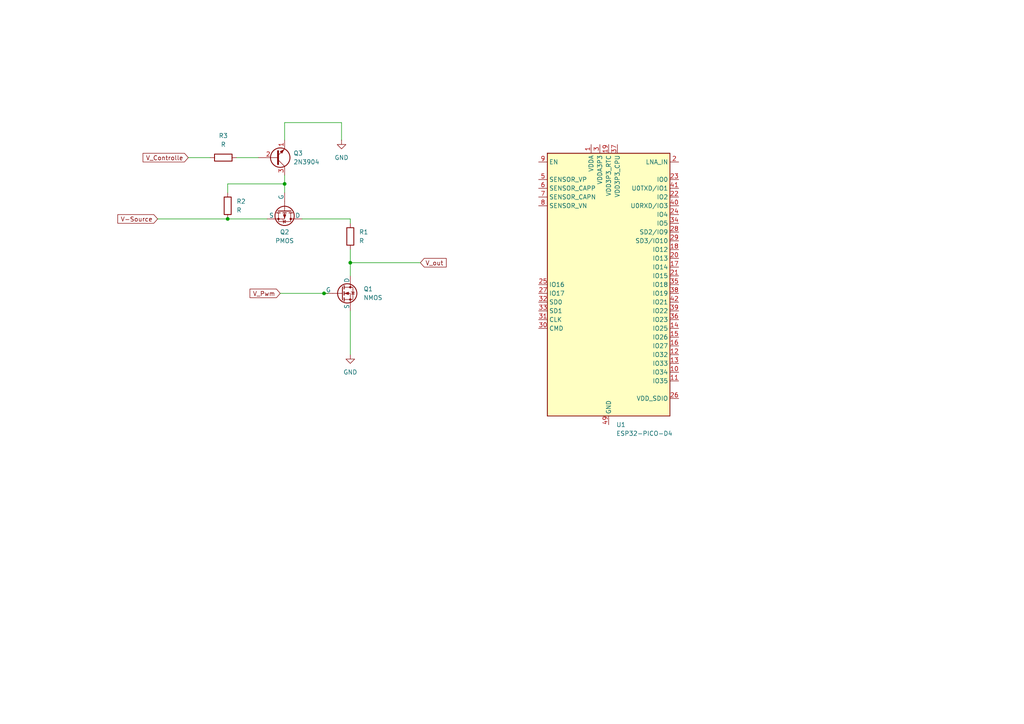
<source format=kicad_sch>
(kicad_sch (version 20231120) (generator "eeschema") (generator_version "8.0")
  (paper "A4")
  (lib_symbols
    (symbol "Device:R" (pin_numbers hide) (pin_names (offset 0))
      (property "Reference" "R" (at 2.032 0 90))
      (property "Value" "R" (at 0 0 90))
      (symbol "R_0_1"
        (rectangle (start -1.016 -2.54) (end 1.016 2.54) (stroke (width 0.254)))
      )
      (symbol "R_1_1"
        (pin passive line (at 0 3.81 270) (length 1.27) (name "~") (number "1"))
        (pin passive line (at 0 -3.81 90) (length 1.27) (name "~") (number "2"))
      )
    )
    (symbol "MCU_Espressif:ESP32-PICO-D4"
      (property "Reference" "U" (at -17.78 39.37 0))
      (property "Value" "ESP32-PICO-D4" (at 3.81 39.37 0))
      (symbol "ESP32-PICO-D4_0_0"
        (pin power_in line (at -5.08 40.64 270) (length 2.54) (name "VDDA") (number "1"))
        (pin input line (at 20.32 -25.4 180) (length 2.54) (name "IO34") (number "10"))
        (pin input line (at 20.32 -27.94 180) (length 2.54) (name "IO35") (number "11"))
        (pin bidirectional line (at 20.32 -20.32 180) (length 2.54) (name "IO32") (number "12"))
        (pin bidirectional line (at 20.32 -22.86 180) (length 2.54) (name "IO33") (number "13"))
        (pin bidirectional line (at 20.32 -12.7 180) (length 2.54) (name "IO25") (number "14"))
        (pin bidirectional line (at 20.32 -15.24 180) (length 2.54) (name "IO26") (number "15"))
        (pin bidirectional line (at 20.32 -17.78 180) (length 2.54) (name "IO27") (number "16"))
        (pin bidirectional line (at 20.32 5.08 180) (length 2.54) (name "IO14") (number "17"))
        (pin bidirectional line (at 20.32 10.16 180) (length 2.54) (name "IO12") (number "18"))
        (pin power_in line (at 0 40.64 270) (length 2.54) (name "VDD3P3_RTC") (number "19"))
        (pin bidirectional line (at 20.32 35.56 180) (length 2.54) (name "LNA_IN") (number "2"))
        (pin bidirectional line (at 20.32 7.62 180) (length 2.54) (name "IO13") (number "20"))
        (pin bidirectional line (at 20.32 2.54 180) (length 2.54) (name "IO15") (number "21"))
        (pin bidirectional line (at 20.32 25.4 180) (length 2.54) (name "IO2") (number "22"))
        (pin bidirectional line (at 20.32 30.48 180) (length 2.54) (name "IO0") (number "23"))
        (pin bidirectional line (at 20.32 20.32 180) (length 2.54) (name "IO4") (number "24"))
        (pin bidirectional line (at -20.32 0 0) (length 2.54) (name "IO16") (number "25"))
        (pin power_out line (at 20.32 -33.02 180) (length 2.54) (name "VDD_SDIO") (number "26"))
        (pin bidirectional line (at -20.32 -2.54 0) (length 2.54) (name "IO17") (number "27"))
        (pin bidirectional line (at 20.32 15.24 180) (length 2.54) (name "SD2/IO9") (number "28"))
        (pin bidirectional line (at 20.32 12.7 180) (length 2.54) (name "SD3/IO10") (number "29"))
        (pin power_in line (at -2.54 40.64 270) (length 2.54) (name "VDDA3P3") (number "3"))
        (pin bidirectional line (at -20.32 -12.7 0) (length 2.54) (name "CMD") (number "30"))
        (pin bidirectional line (at -20.32 -10.16 0) (length 2.54) (name "CLK") (number "31"))
        (pin bidirectional line (at -20.32 -5.08 0) (length 2.54) (name "SD0") (number "32"))
        (pin bidirectional line (at -20.32 -7.62 0) (length 2.54) (name "SD1") (number "33"))
        (pin bidirectional line (at 20.32 17.78 180) (length 2.54) (name "IO5") (number "34"))
        (pin bidirectional line (at 20.32 0 180) (length 2.54) (name "IO18") (number "35"))
        (pin bidirectional line (at 20.32 -10.16 180) (length 2.54) (name "IO23") (number "36"))
        (pin power_in line (at 2.54 40.64 270) (length 2.54) (name "VDD3P3_CPU") (number "37"))
        (pin bidirectional line (at 20.32 -2.54 180) (length 2.54) (name "IO19") (number "38"))
        (pin bidirectional line (at 20.32 -7.62 180) (length 2.54) (name "IO22") (number "39"))
        (pin passive line (at -2.54 40.64 270) (length 2.54) hide (name "VDDA3P3") (number "4"))
        (pin bidirectional line (at 20.32 22.86 180) (length 2.54) (name "U0RXD/IO3") (number "40"))
        (pin bidirectional line (at 20.32 27.94 180) (length 2.54) (name "U0TXD/IO1") (number "41"))
        (pin bidirectional line (at 20.32 -5.08 180) (length 2.54) (name "IO21") (number "42"))
        (pin passive line (at -5.08 40.64 270) (length 2.54) hide (name "VDDA") (number "43"))
        (pin no_connect line (at -17.78 -25.4 0) (length 2.54) hide (name "XTAL_N_NC") (number "44"))
        (pin no_connect line (at -17.78 -27.94 0) (length 2.54) hide (name "XTAL_P_NC") (number "45"))
        (pin passive line (at -5.08 40.64 270) (length 2.54) hide (name "VDDA") (number "46"))
        (pin no_connect line (at -17.78 -30.48 0) (length 2.54) hide (name "CAP2_NC") (number "47"))
        (pin no_connect line (at -17.78 -33.02 0) (length 2.54) hide (name "CAP1_NC") (number "48"))
        (pin power_in line (at 0 -40.64 90) (length 2.54) (name "GND") (number "49"))
        (pin input line (at -20.32 30.48 0) (length 2.54) (name "SENSOR_VP") (number "5"))
        (pin input line (at -20.32 27.94 0) (length 2.54) (name "SENSOR_CAPP") (number "6"))
        (pin input line (at -20.32 25.4 0) (length 2.54) (name "SENSOR_CAPN") (number "7"))
        (pin input line (at -20.32 22.86 0) (length 2.54) (name "SENSOR_VN") (number "8"))
        (pin input line (at -20.32 35.56 0) (length 2.54) (name "EN") (number "9"))
      )
      (symbol "ESP32-PICO-D4_0_1"
        (rectangle (start -17.78 38.1) (end 17.78 -38.1) (stroke (width 0.254)) (fill (type background)))
      )
    )
    (symbol "Simulation_SPICE:NMOS" (pin_numbers hide) (pin_names (offset 0))
      (property "Reference" "Q" (at 5.08 1.27 0))
      (property "Value" "NMOS" (at 5.08 -1.27 0))
      (symbol "NMOS_0_1"
        (polyline (pts (xy 0.254 0) (xy -2.54 0)))
        (polyline (pts (xy 0.254 1.905) (xy 0.254 -1.905)) (stroke (width 0.254)))
        (polyline (pts (xy 0.762 -1.27) (xy 0.762 -2.286)) (stroke (width 0.254)))
        (polyline (pts (xy 0.762 0.508) (xy 0.762 -0.508)) (stroke (width 0.254)))
        (polyline (pts (xy 0.762 2.286) (xy 0.762 1.27)) (stroke (width 0.254)))
        (polyline (pts (xy 2.54 2.54) (xy 2.54 1.778)))
        (polyline (pts (xy 2.54 -2.54) (xy 2.54 0) (xy 0.762 0)))
        (polyline (pts (xy 0.762 -1.778) (xy 3.302 -1.778) (xy 3.302 1.778) (xy 0.762 1.778)))
        (polyline (pts (xy 1.016 0) (xy 2.032 0.381) (xy 2.032 -0.381) (xy 1.016 0)) (fill (type outline)))
        (polyline (pts (xy 2.794 0.508) (xy 2.921 0.381) (xy 3.683 0.381) (xy 3.81 0.254)))
        (polyline (pts (xy 3.302 0.381) (xy 2.921 -0.254) (xy 3.683 -0.254) (xy 3.302 0.381)))
        (circle (center 1.651 0) (radius 2.794) (stroke (width 0.254)))
        (circle (center 2.54 -1.778) (radius 0.254) (fill (type outline)))
        (circle (center 2.54 1.778) (radius 0.254) (fill (type outline)))
      )
      (symbol "NMOS_1_1"
        (pin passive line (at 2.54 5.08 270) (length 2.54) (name "D") (number "1"))
        (pin input line (at -5.08 0 0) (length 2.54) (name "G") (number "2"))
        (pin passive line (at 2.54 -5.08 90) (length 2.54) (name "S") (number "3"))
      )
    )
    (symbol "Simulation_SPICE:PMOS" (pin_numbers hide) (pin_names (offset 0))
      (property "Reference" "Q" (at 5.08 1.27 0))
      (property "Value" "PMOS" (at 5.08 -1.27 0))
      (symbol "PMOS_0_1"
        (polyline (pts (xy 0.254 0) (xy -2.54 0)))
        (polyline (pts (xy 0.254 1.905) (xy 0.254 -1.905)) (stroke (width 0.254)))
        (polyline (pts (xy 0.762 -1.27) (xy 0.762 -2.286)) (stroke (width 0.254)))
        (polyline (pts (xy 0.762 0.508) (xy 0.762 -0.508)) (stroke (width 0.254)))
        (polyline (pts (xy 0.762 2.286) (xy 0.762 1.27)) (stroke (width 0.254)))
        (polyline (pts (xy 2.54 2.54) (xy 2.54 1.778)))
        (polyline (pts (xy 2.54 -2.54) (xy 2.54 0) (xy 0.762 0)))
        (polyline (pts (xy 0.762 1.778) (xy 3.302 1.778) (xy 3.302 -1.778) (xy 0.762 -1.778)))
        (polyline (pts (xy 2.286 0) (xy 1.27 0.381) (xy 1.27 -0.381) (xy 2.286 0)) (fill (type outline)))
        (polyline (pts (xy 2.794 -0.508) (xy 2.921 -0.381) (xy 3.683 -0.381) (xy 3.81 -0.254)))
        (polyline (pts (xy 3.302 -0.381) (xy 2.921 0.254) (xy 3.683 0.254) (xy 3.302 -0.381)))
        (circle (center 1.651 0) (radius 2.794) (stroke (width 0.254)))
        (circle (center 2.54 -1.778) (radius 0.254) (fill (type outline)))
        (circle (center 2.54 1.778) (radius 0.254) (fill (type outline)))
      )
      (symbol "PMOS_1_1"
        (pin passive line (at 2.54 5.08 270) (length 2.54) (name "D") (number "1"))
        (pin input line (at -5.08 0 0) (length 2.54) (name "G") (number "2"))
        (pin passive line (at 2.54 -5.08 90) (length 2.54) (name "S") (number "3"))
      )
    )
    (symbol "Transistor_BJT:2N3904" (pin_names (offset 0) hide)
      (property "Reference" "Q" (at 5.08 1.905 0))
      (property "Value" "2N3904" (at 5.08 0 0))
      (symbol "2N3904_0_1"
        (polyline (pts (xy 0.635 0.635) (xy 2.54 2.54)))
        (polyline (pts (xy 0.635 -0.635) (xy 2.54 -2.54) (xy 2.54 -2.54)))
        (polyline (pts (xy 0.635 1.905) (xy 0.635 -1.905) (xy 0.635 -1.905)) (stroke (width 0.508)))
        (polyline (pts (xy 1.27 -1.778) (xy 1.778 -1.27) (xy 2.286 -2.286) (xy 1.27 -1.778) (xy 1.27 -1.778)) (fill (type outline)))
        (circle (center 1.27 0) (radius 2.8194) (stroke (width 0.254)))
      )
      (symbol "2N3904_1_1"
        (pin passive line (at 2.54 -5.08 90) (length 2.54) (name "E") (number "1"))
        (pin passive line (at -5.08 0 0) (length 5.715) (name "B") (number "2"))
        (pin passive line (at 2.54 5.08 270) (length 2.54) (name "C") (number "3"))
      )
    )
    (symbol "power:GND" (power) (pin_numbers hide) (pin_names (offset 0) hide)
      (property "Value" "GND" (at 0 -3.81 0))
      (symbol "GND_0_1"
        (polyline (pts (xy 0 0) (xy 0 -1.27) (xy 1.27 -1.27) (xy 0 -2.54) (xy -1.27 -1.27) (xy 0 -1.27)))
      )
      (symbol "GND_1_1"
        (pin power_in line (at 0 0 270) (length 0) (name "~") (number "1"))
      )
    )
  )
  (junction (at 66.04 63.5))
  (junction (at 82.55 53.34))
  (junction (at 93.98 85.09))
  (junction (at 101.6 76.2))
  (wire (pts (xy 66.04 63.5) (xy 77.47 63.5)))
  (wire (pts (xy 68.58 45.72) (xy 74.93 45.72)))
  (wire (pts (xy 82.55 50.8) (xy 82.55 53.34)))
  (wire (pts (xy 82.55 53.34) (xy 82.55 55.88)))
  (wire (pts (xy 81.28 85.09) (xy 93.98 85.09)))
  (wire (pts (xy 54.61 45.72) (xy 60.96 45.72)))
  (wire (pts (xy 101.6 76.2) (xy 101.6 80.01)))
  (wire (pts (xy 101.6 76.2) (xy 121.92 76.2)))
  (wire (pts (xy 66.04 55.88) (xy 66.04 53.34)))
  (wire (pts (xy 82.55 35.56) (xy 99.06 35.56)))
  (wire (pts (xy 45.72 63.5) (xy 66.04 63.5)))
  (wire (pts (xy 101.6 63.5) (xy 101.6 64.77)))
  (wire (pts (xy 82.55 40.64) (xy 82.55 35.56)))
  (wire (pts (xy 99.06 35.56) (xy 99.06 40.64)))
  (wire (pts (xy 66.04 53.34) (xy 82.55 53.34)))
  (wire (pts (xy 87.63 63.5) (xy 101.6 63.5)))
  (wire (pts (xy 93.98 85.09) (xy 95.25 85.09)))
  (wire (pts (xy 101.6 72.39) (xy 101.6 76.2)))
  (wire (pts (xy 101.6 90.17) (xy 101.6 102.87)))
  (global_label "V_out" (shape input) (at 121.92 76.2 0) (property "Intersheetrefs" "${INTERSHEET_REFS}" (effects (hide yes))))
  (global_label "V-Source" (shape input) (at 45.72 63.5 180) (property "Intersheetrefs" "${INTERSHEET_REFS}" (effects (hide yes))))
  (global_label "V_Controlle" (shape input) (at 54.61 45.72 180) (property "Intersheetrefs" "${INTERSHEET_REFS}" (effects (hide yes))))
  (global_label "V_Pwm" (shape input) (at 81.28 85.09 180) (property "Intersheetrefs" "${INTERSHEET_REFS}" (effects (hide yes))))
  (symbol (lib_id "MCU_Espressif:ESP32-PICO-D4") (at 176.53 82.55 0) (unit 1)
    (property "Reference" "U1" (at 178.7241 123.19 0) (effects (justify left)))
    (property "Value" "ESP32-PICO-D4" (at 178.7241 125.73 0) (effects (justify left)))
    (property "Footprint" "Package_DFN_QFN:QFN-48-1EP_7x7mm_P0.5mm_EP5.3x5.3mm" (effects (hide yes)))
    (property "Datasheet" "https://www.espressif.com/sites/default/files/documentation/esp32-pico-d4_datasheet_en.pdf" (effects (hide yes)))
    (property "Description" "RF Module, ESP32 SoC, Wi-Fi 802.11b/g/n, Bluetooth, BLE, 32-bit, 2.7-3.6V, external antenna, QFN-48" (effects (hide yes)))
  )
  (symbol (lib_id "Simulation_SPICE:NMOS") (at 99.06 85.09 0) (unit 1)
    (property "Reference" "Q1" (at 105.41 83.8199 0) (effects (justify left)))
    (property "Value" "NMOS" (at 105.41 86.3599 0) (effects (justify left)))
    (property "Footprint" "Package_TO_SOT_THT:TO-247-3_Vertical" (effects (hide yes)))
    (property "Datasheet" "https://ngspice.sourceforge.io/docs/ngspice-html-manual/manual.xhtml#cha_MOSFETs" (effects (hide yes)))
    (property "Description" "N-MOSFET transistor, drain/source/gate" (effects (hide yes)))
    (property "Sim.Device" "NMOS" (effects (hide yes)))
    (property "Sim.Type" "VDMOS" (effects (hide yes)))
    (property "Sim.Pins" "1=D 2=G 3=S" (effects (hide yes)))
  )
  (symbol (lib_id "power:GND") (at 101.6 102.87 0) (unit 1)
    (property "Reference" "#PWR1" (effects (hide yes)))
    (property "Value" "GND" (at 101.6 107.95 0))
    (property "Description" "Power symbol creates a global label with name \"GND\" , ground" (effects (hide yes)))
  )
  (symbol (lib_id "power:GND") (at 99.06 40.64 0) (unit 1)
    (property "Reference" "#PWR2" (effects (hide yes)))
    (property "Value" "GND" (at 99.06 45.72 0))
    (property "Description" "Power symbol creates a global label with name \"GND\" , ground" (effects (hide yes)))
  )
  (symbol (lib_id "Transistor_BJT:2N3904") (at 80.01 45.72 0) (mirror x) (unit 1)
    (property "Reference" "Q3" (at 85.09 44.4499 0) (effects (justify left)))
    (property "Value" "2N3904" (at 85.09 46.9899 0) (effects (justify left)))
    (property "Footprint" "Package_TO_SOT_THT:TO-92_Inline" (effects (hide yes)))
    (property "Datasheet" "https://www.onsemi.com/pub/Collateral/2N3903-D.PDF" (effects (hide yes)))
    (property "Description" "0.2A Ic, 40V Vce, Small Signal NPN Transistor, TO-92" (effects (hide yes)))
  )
  (symbol (lib_id "Device:R") (at 64.77 45.72 90) (unit 1)
    (property "Reference" "R3" (at 64.77 39.37 90))
    (property "Value" "R" (at 64.77 41.91 90))
    (property "Footprint" "Resistor_THT:R_Axial_DIN0207_L6.3mm_D2.5mm_P10.16mm_Horizontal" (effects (hide yes)))
    (property "Description" "Resistor" (effects (hide yes)))
  )
  (symbol (lib_id "Simulation_SPICE:PMOS") (at 82.55 60.96 270) (unit 1)
    (property "Reference" "Q2" (at 82.55 67.31 90))
    (property "Value" "PMOS" (at 82.55 69.85 90))
    (property "Footprint" "Package_TO_SOT_THT:TO-247-3_Vertical" (effects (hide yes)))
    (property "Datasheet" "https://ngspice.sourceforge.io/docs/ngspice-html-manual/manual.xhtml#cha_MOSFETs" (effects (hide yes)))
    (property "Description" "P-MOSFET transistor, drain/source/gate" (effects (hide yes)))
    (property "Sim.Device" "PMOS" (effects (hide yes)))
    (property "Sim.Type" "VDMOS" (effects (hide yes)))
    (property "Sim.Pins" "1=D 2=G 3=S" (effects (hide yes)))
  )
  (symbol (lib_id "Device:R") (at 101.6 68.58 180) (unit 1)
    (property "Reference" "R1" (at 104.14 67.3099 0) (effects (justify right)))
    (property "Value" "R" (at 104.14 69.8499 0) (effects (justify right)))
    (property "Footprint" "Resistor_THT:R_Axial_DIN0207_L6.3mm_D2.5mm_P10.16mm_Horizontal" (effects (hide yes)))
    (property "Description" "Resistor" (effects (hide yes)))
  )
  (symbol (lib_id "Device:R") (at 66.04 59.69 0) (unit 1)
    (property "Reference" "R2" (at 68.58 58.4199 0) (effects (justify left)))
    (property "Value" "R" (at 68.58 60.9599 0) (effects (justify left)))
    (property "Footprint" "Resistor_THT:R_Axial_DIN0207_L6.3mm_D2.5mm_P10.16mm_Horizontal" (effects (hide yes)))
    (property "Description" "Resistor" (effects (hide yes)))
  )
)
</source>
